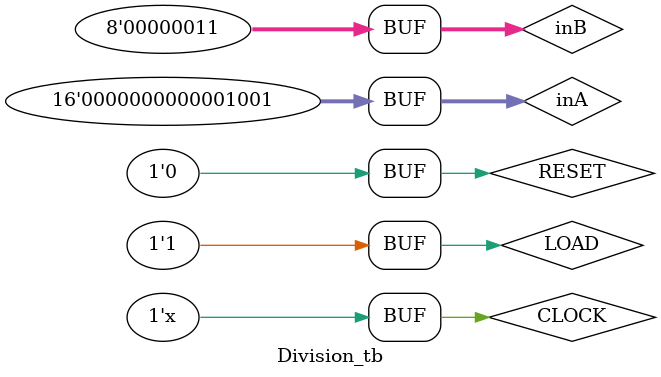
<source format=v>
module division (FLAG, qnt, rem, inA, inB, CLOCK, RESET, LOAD);

  input CLOCK, RESET, LOAD ;
  input [15:0]inA;
  input [7:0]inB;
  output [2:0] FLAG;
  output [15:0] qnt;
  output [7:0]rem;
  reg qnt;
  reg [15:0]temp;
  reg rem;
  reg done;
  reg isLoaded;
  assign FLAG = (RESET) ? 3'b000 : //RESET
         (inB == 0) ? 3'b011 : //Special Case 1
         (inB == 1) ? 3'b100 : //Case 2
         ((inB & (inB - 1)) == 0) ? 3'b101 : //Case 3
         (inA < inB) ? 3'b111 : //Case 5
         (done) ? 3'b010: 3'b001; 

  always @(posedge CLOCK)
  begin
    if(LOAD) begin
      isLoaded = 1'b1;
      temp = inA;
    end
    if(isLoaded)
    begin
      case(FLAG)
      //RESET
        3'b000:
        begin
          qnt = 0;
          isLoaded = 0;
          done = 0;
        end
        // Case 1
        3'b011:
        begin
          qnt = 16'hFFFF;
          rem = 8'hFF;
        end
        // Case 2
        3'b100:
        begin
          qnt = temp;
          rem = 0;
        end
        // Case 3
        3'b101:
        begin
            
        end
        // Case 5
        3'b111:
        begin
          qnt = 0;
          rem = temp;
        end
        3'b001:
        begin
          qnt = qnt + 1;
          // temp = temp - inB;
          // if(temp < inB)
          //   done = 1'b1;
          if(inB * qnt < temp)
            done = 1'b1;
          // qnt = qnt + 1;
          
        end
        default
        begin

        end
      endcase
    end
  end
endmodule

module Division_tb;
  reg CLOCK, RESET, LOAD ;
  reg [15:0]inA ;
  reg [7:0]inB;
  wire [2:0] FLAG;
  wire[15:0] qnt;
  wire[7:0]rem;
  division dv(FLAG, qnt, rem, inA, inB, CLOCK, RESET, LOAD);
  always #2 CLOCK = ~CLOCK;
  initial
  begin
    CLOCK = 1'b0;
    LOAD = 1'b1;
    RESET = 1'b0;
    $monitor($time, " RESET=%b, LOAD=%b, inA=%b, inB=%b, FlAG=%b, qnt=%b, rem=%b", RESET, LOAD, inA, inB, FLAG, qnt, rem);
  end

  initial
  begin
    #2 inA = 16'b0000_0000_0000_0001;
    inB = 8'b0000_0000;
    #4 inA = 16'b0000_0000_0000_0001;
    inB = 8'b0000_0001;
    #4 inA = 16'b0000_1000_0000_0000;
    inB = 8'b1000_0000;
    #4 inA = 16'b1100_0000_0000_0000;
    inB = 8'b1100_0000;
    //min delay case
    #4 inA = 16'b0000_0000_0000_0001;
    inB = 8'b0000_0001;
    //max delay case
    #4 inA = 16'b1111_1111_1111_1111;
    inB = 8'b0000_0010;
    //two random cases
    #4 inA = 16'b0000_0000_0000_1000;
    inB = 8'b0000_0100;
    #4 inA = 16'b0000_0000_0000_1001;
    inB = 8'b0000_0011;

  end
endmodule

</source>
